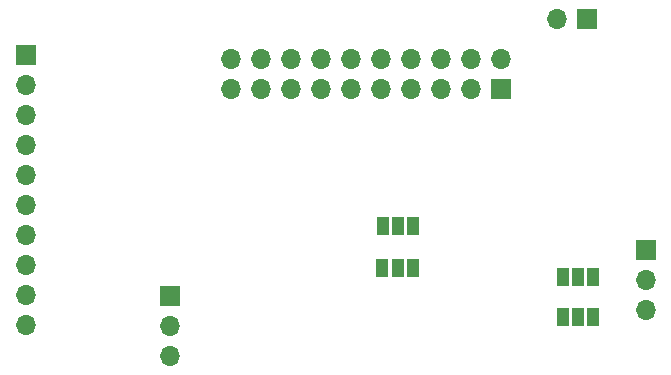
<source format=gbs>
G04 #@! TF.GenerationSoftware,KiCad,Pcbnew,7.0.0-da2b9df05c~163~ubuntu22.04.1*
G04 #@! TF.CreationDate,2023-02-25T14:43:30+01:00*
G04 #@! TF.ProjectId,metering_board,6d657465-7269-46e6-975f-626f6172642e,rev?*
G04 #@! TF.SameCoordinates,Original*
G04 #@! TF.FileFunction,Soldermask,Bot*
G04 #@! TF.FilePolarity,Negative*
%FSLAX46Y46*%
G04 Gerber Fmt 4.6, Leading zero omitted, Abs format (unit mm)*
G04 Created by KiCad (PCBNEW 7.0.0-da2b9df05c~163~ubuntu22.04.1) date 2023-02-25 14:43:30*
%MOMM*%
%LPD*%
G01*
G04 APERTURE LIST*
%ADD10R,1.700000X1.700000*%
%ADD11O,1.700000X1.700000*%
%ADD12R,1.000000X1.500000*%
G04 APERTURE END LIST*
D10*
G04 #@! TO.C,J12*
X172465999Y-85527999D03*
D11*
X169925999Y-85527999D03*
G04 #@! TD*
D10*
G04 #@! TO.C,J8*
X124967999Y-88574999D03*
D11*
X124967999Y-91114999D03*
X124967999Y-93654999D03*
X124967999Y-96194999D03*
X124967999Y-98734999D03*
X124967999Y-101274999D03*
X124967999Y-103814999D03*
X124967999Y-106354999D03*
X124967999Y-108894999D03*
X124967999Y-111434999D03*
G04 #@! TD*
D10*
G04 #@! TO.C,J7*
X177418999Y-105100999D03*
D11*
X177418999Y-107640999D03*
X177418999Y-110180999D03*
G04 #@! TD*
D10*
G04 #@! TO.C,J11*
X137159999Y-109022999D03*
D11*
X137159999Y-111562999D03*
X137159999Y-114102999D03*
G04 #@! TD*
D12*
G04 #@! TO.C,PM0_1*
X173003999Y-107371999D03*
X171703999Y-107371999D03*
X170403999Y-107371999D03*
G04 #@! TD*
D10*
G04 #@! TO.C,J10*
X165195999Y-91490999D03*
D11*
X165195999Y-88950999D03*
X162655999Y-91490999D03*
X162655999Y-88950999D03*
X160115999Y-91490999D03*
X160115999Y-88950999D03*
X157575999Y-91490999D03*
X157575999Y-88950999D03*
X155035999Y-91490999D03*
X155035999Y-88950999D03*
X152495999Y-91490999D03*
X152495999Y-88950999D03*
X149955999Y-91490999D03*
X149955999Y-88950999D03*
X147415999Y-91490999D03*
X147415999Y-88950999D03*
X144875999Y-91490999D03*
X144875999Y-88950999D03*
X142335999Y-91490999D03*
X142335999Y-88950999D03*
G04 #@! TD*
D12*
G04 #@! TO.C,PM1_2*
X157733999Y-106609999D03*
X156433999Y-106609999D03*
X155133999Y-106609999D03*
G04 #@! TD*
G04 #@! TO.C,PM1_1*
X173003999Y-110800999D03*
X171703999Y-110800999D03*
X170403999Y-110800999D03*
G04 #@! TD*
G04 #@! TO.C,PM0_2*
X157763999Y-103053999D03*
X156463999Y-103053999D03*
X155163999Y-103053999D03*
G04 #@! TD*
M02*

</source>
